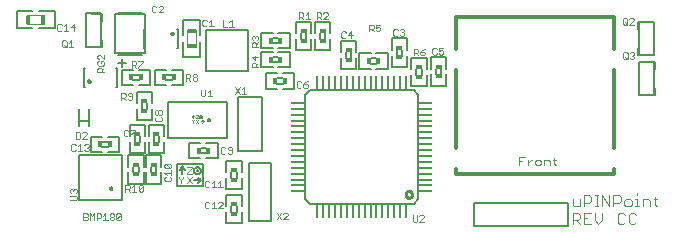
<source format=gto>
G75*
G70*
%OFA0B0*%
%FSLAX24Y24*%
%IPPOS*%
%LPD*%
%AMOC8*
5,1,8,0,0,1.08239X$1,22.5*
%
%ADD10C,0.0050*%
%ADD11C,0.0067*%
%ADD12C,0.0020*%
%ADD13C,0.0080*%
%ADD14C,0.0120*%
%ADD15C,0.0040*%
%ADD16R,0.0315X0.0138*%
%ADD17C,0.0060*%
%ADD18R,0.0118X0.0236*%
%ADD19R,0.0236X0.0118*%
%ADD20C,0.0030*%
%ADD21C,0.0100*%
%ADD22R,0.0472X0.0079*%
%ADD23R,0.0079X0.0472*%
%ADD24R,0.0138X0.0315*%
D10*
X002582Y001400D02*
X003999Y001400D01*
X003999Y002897D01*
X002582Y002897D01*
X002582Y001400D01*
X002857Y001400D02*
X003133Y001400D01*
X003448Y001400D02*
X003723Y001400D01*
X003999Y001715D02*
X003999Y001991D01*
X004215Y001952D02*
X004215Y002326D01*
X003999Y002306D02*
X003999Y002582D01*
X004215Y002523D02*
X004215Y002897D01*
X004727Y002897D01*
X004727Y002523D01*
X004806Y002523D02*
X004806Y002897D01*
X005318Y002897D01*
X005318Y002523D01*
X005318Y002326D02*
X005318Y001952D01*
X004806Y001952D01*
X004806Y002326D01*
X004727Y002326D02*
X004727Y001952D01*
X004215Y001952D01*
X003606Y001794D02*
X003608Y001806D01*
X003613Y001817D01*
X003622Y001826D01*
X003633Y001831D01*
X003645Y001833D01*
X003657Y001831D01*
X003668Y001826D01*
X003677Y001817D01*
X003682Y001806D01*
X003684Y001794D01*
X003682Y001782D01*
X003677Y001771D01*
X003668Y001762D01*
X003657Y001757D01*
X003645Y001755D01*
X003633Y001757D01*
X003622Y001762D01*
X003613Y001771D01*
X003608Y001782D01*
X003606Y001794D01*
X002582Y001715D02*
X002582Y001991D01*
X002582Y002306D02*
X002582Y002582D01*
X002857Y002897D02*
X003723Y002897D01*
X003897Y003011D02*
X003523Y003011D01*
X003326Y003011D02*
X002952Y003011D01*
X002952Y003523D01*
X003326Y003523D01*
X003523Y003523D02*
X003897Y003523D01*
X003897Y003011D01*
X004255Y002975D02*
X004767Y002975D01*
X004767Y003349D01*
X004885Y003349D02*
X004885Y002975D01*
X005397Y002975D01*
X005397Y003349D01*
X005534Y003487D02*
X007503Y003487D01*
X007503Y004668D01*
X005534Y004668D01*
X005534Y003487D01*
X005397Y003546D02*
X005397Y003920D01*
X004885Y003920D01*
X004885Y003546D01*
X004767Y003546D02*
X004767Y003920D01*
X004255Y003920D01*
X004255Y003546D01*
X004255Y003349D02*
X004255Y002975D01*
X005849Y002621D02*
X006715Y002621D01*
X006715Y001873D01*
X005849Y001873D01*
X005849Y002621D01*
X006007Y002542D02*
X006086Y002424D01*
X006007Y002542D02*
X005928Y002424D01*
X006007Y002542D02*
X006007Y002267D01*
X006400Y002070D02*
X006637Y002070D01*
X006519Y001991D01*
X006637Y002070D02*
X006519Y002149D01*
X006401Y002385D02*
X006403Y002406D01*
X006409Y002426D01*
X006418Y002446D01*
X006430Y002463D01*
X006445Y002477D01*
X006463Y002489D01*
X006483Y002497D01*
X006503Y002502D01*
X006524Y002503D01*
X006545Y002500D01*
X006565Y002494D01*
X006584Y002483D01*
X006601Y002470D01*
X006614Y002454D01*
X006625Y002436D01*
X006633Y002416D01*
X006637Y002396D01*
X006637Y002374D01*
X006633Y002354D01*
X006625Y002334D01*
X006614Y002316D01*
X006601Y002300D01*
X006584Y002287D01*
X006565Y002276D01*
X006545Y002270D01*
X006524Y002267D01*
X006503Y002268D01*
X006483Y002273D01*
X006463Y002281D01*
X006445Y002293D01*
X006430Y002307D01*
X006418Y002324D01*
X006409Y002344D01*
X006403Y002364D01*
X006401Y002385D01*
X007483Y002345D02*
X007483Y002719D01*
X007995Y002719D01*
X007995Y002345D01*
X007995Y002149D02*
X007995Y001774D01*
X007483Y001774D01*
X007483Y002149D01*
X007483Y001578D02*
X007995Y001578D01*
X007995Y001204D01*
X007995Y001007D02*
X007995Y000633D01*
X007483Y000633D01*
X007483Y001007D01*
X007483Y001204D02*
X007483Y001578D01*
X007188Y002798D02*
X006814Y002798D01*
X006617Y002798D02*
X006243Y002798D01*
X006243Y003310D01*
X006617Y003310D01*
X006814Y003310D02*
X007188Y003310D01*
X007188Y002798D01*
X005003Y004078D02*
X004491Y004078D01*
X004491Y004452D01*
X004491Y004649D02*
X004491Y005023D01*
X005003Y005023D01*
X005003Y004649D01*
X005003Y004452D02*
X005003Y004078D01*
X004944Y005239D02*
X004570Y005239D01*
X004373Y005239D02*
X003999Y005239D01*
X003999Y005751D01*
X004373Y005751D01*
X004570Y005751D02*
X004944Y005751D01*
X004944Y005239D01*
X005101Y005239D02*
X005475Y005239D01*
X005672Y005239D02*
X006046Y005239D01*
X006046Y005751D01*
X005672Y005751D01*
X005475Y005751D02*
X005101Y005751D01*
X005101Y005239D01*
X006026Y006164D02*
X006617Y006164D01*
X006617Y006676D01*
X006026Y006676D02*
X006026Y006164D01*
X006026Y006912D02*
X006026Y007424D01*
X006617Y007424D01*
X006617Y006912D01*
X008645Y006971D02*
X008645Y006460D01*
X009019Y006460D01*
X009019Y006341D02*
X008645Y006341D01*
X008645Y005830D01*
X009019Y005830D01*
X009215Y005830D02*
X009589Y005830D01*
X009589Y006341D01*
X009215Y006341D01*
X009215Y006460D02*
X009589Y006460D01*
X009589Y006971D01*
X009215Y006971D01*
X009019Y006971D02*
X008645Y006971D01*
X009806Y006971D02*
X009806Y007345D01*
X010318Y007345D01*
X010318Y006971D01*
X010436Y006971D02*
X010436Y007345D01*
X010948Y007345D01*
X010948Y006971D01*
X010948Y006774D02*
X010948Y006400D01*
X010436Y006400D01*
X010436Y006774D01*
X010318Y006774D02*
X010318Y006400D01*
X009806Y006400D01*
X009806Y006774D01*
X011302Y006715D02*
X011302Y006341D01*
X011302Y006145D02*
X011302Y005771D01*
X011814Y005771D01*
X011814Y006145D01*
X011912Y006302D02*
X012286Y006302D01*
X012483Y006302D02*
X012857Y006302D01*
X012857Y005790D01*
X012483Y005790D01*
X012286Y005790D02*
X011912Y005790D01*
X011912Y006302D01*
X011814Y006341D02*
X011814Y006715D01*
X011302Y006715D01*
X012995Y006794D02*
X012995Y006420D01*
X012995Y006223D02*
X012995Y005849D01*
X013507Y005849D01*
X013507Y006223D01*
X013641Y006149D02*
X013641Y005774D01*
X013641Y005578D02*
X013641Y005204D01*
X014152Y005204D01*
X014152Y005578D01*
X014294Y005593D02*
X014294Y005219D01*
X014806Y005219D01*
X014806Y005593D01*
X014806Y005790D02*
X014806Y006164D01*
X014294Y006164D01*
X014294Y005790D01*
X014152Y005774D02*
X014152Y006149D01*
X013641Y006149D01*
X013507Y006420D02*
X013507Y006794D01*
X012995Y006794D01*
X009747Y005633D02*
X009747Y005121D01*
X009373Y005121D01*
X009176Y005121D02*
X008802Y005121D01*
X008802Y005633D01*
X009176Y005633D01*
X009373Y005633D02*
X009747Y005633D01*
X001755Y007129D02*
X001755Y007719D01*
X001243Y007719D01*
X001007Y007719D02*
X000495Y007719D01*
X000495Y007129D01*
X001007Y007129D01*
X001243Y007129D02*
X001755Y007129D01*
D11*
X006495Y002385D02*
X006497Y002394D01*
X006502Y002402D01*
X006510Y002407D01*
X006519Y002409D01*
X006528Y002407D01*
X006536Y002402D01*
X006541Y002394D01*
X006543Y002385D01*
X006541Y002376D01*
X006536Y002368D01*
X006528Y002363D01*
X006519Y002361D01*
X006510Y002363D01*
X006502Y002368D01*
X006497Y002376D01*
X006495Y002385D01*
D12*
X002710Y000961D02*
X002710Y000741D01*
X002820Y000741D01*
X002856Y000778D01*
X002856Y000815D01*
X002820Y000851D01*
X002710Y000851D01*
X002820Y000851D02*
X002856Y000888D01*
X002856Y000925D01*
X002820Y000961D01*
X002710Y000961D01*
X002931Y000961D02*
X003004Y000888D01*
X003077Y000961D01*
X003077Y000741D01*
X003152Y000741D02*
X003152Y000961D01*
X003262Y000961D01*
X003298Y000925D01*
X003298Y000851D01*
X003262Y000815D01*
X003152Y000815D01*
X003373Y000888D02*
X003446Y000961D01*
X003446Y000741D01*
X003373Y000741D02*
X003519Y000741D01*
X003594Y000778D02*
X003630Y000741D01*
X003704Y000741D01*
X003740Y000778D01*
X003740Y000815D01*
X003704Y000851D01*
X003630Y000851D01*
X003594Y000888D01*
X003594Y000925D01*
X003630Y000961D01*
X003704Y000961D01*
X003740Y000925D01*
X003740Y000888D01*
X003704Y000851D01*
X003630Y000851D02*
X003594Y000815D01*
X003594Y000778D01*
X003815Y000778D02*
X003851Y000741D01*
X003925Y000741D01*
X003961Y000778D01*
X003961Y000925D01*
X003815Y000778D01*
X003815Y000925D01*
X003851Y000961D01*
X003925Y000961D01*
X003961Y000925D01*
X002931Y000961D02*
X002931Y000741D01*
X002456Y001410D02*
X002273Y001410D01*
X002456Y001410D02*
X002493Y001447D01*
X002493Y001521D01*
X002456Y001557D01*
X002273Y001557D01*
X002309Y001631D02*
X002273Y001668D01*
X002273Y001742D01*
X002309Y001778D01*
X002346Y001778D01*
X002383Y001742D01*
X002419Y001778D01*
X002456Y001778D01*
X002493Y001742D01*
X002493Y001668D01*
X002456Y001631D01*
X002383Y001705D02*
X002383Y001742D01*
X004113Y001764D02*
X004223Y001764D01*
X004260Y001801D01*
X004260Y001874D01*
X004223Y001911D01*
X004113Y001911D01*
X004113Y001691D01*
X004187Y001764D02*
X004260Y001691D01*
X004334Y001691D02*
X004481Y001691D01*
X004408Y001691D02*
X004408Y001911D01*
X004334Y001838D01*
X004555Y001874D02*
X004555Y001727D01*
X004702Y001874D01*
X004702Y001727D01*
X004665Y001691D01*
X004592Y001691D01*
X004555Y001727D01*
X004555Y001874D02*
X004592Y001911D01*
X004665Y001911D01*
X004702Y001874D01*
X005418Y002063D02*
X005454Y002027D01*
X005601Y002027D01*
X005638Y002063D01*
X005638Y002137D01*
X005601Y002173D01*
X005638Y002248D02*
X005638Y002394D01*
X005638Y002321D02*
X005418Y002321D01*
X005491Y002248D01*
X005454Y002173D02*
X005418Y002137D01*
X005418Y002063D01*
X005899Y002145D02*
X005972Y002072D01*
X005972Y001962D01*
X005972Y002072D02*
X006045Y002145D01*
X006045Y002182D01*
X006174Y002182D02*
X006321Y001962D01*
X006174Y001962D02*
X006321Y002182D01*
X006321Y002277D02*
X006174Y002277D01*
X006174Y002313D01*
X006321Y002460D01*
X006321Y002497D01*
X006174Y002497D01*
X005638Y002505D02*
X005601Y002469D01*
X005454Y002615D01*
X005601Y002615D01*
X005638Y002579D01*
X005638Y002505D01*
X005601Y002469D02*
X005454Y002469D01*
X005418Y002505D01*
X005418Y002579D01*
X005454Y002615D01*
X005899Y002182D02*
X005899Y002145D01*
X006765Y002019D02*
X006765Y001872D01*
X006802Y001835D01*
X006875Y001835D01*
X006912Y001872D01*
X006986Y001835D02*
X007133Y001835D01*
X007060Y001835D02*
X007060Y002055D01*
X006986Y001982D01*
X006912Y002019D02*
X006875Y002055D01*
X006802Y002055D01*
X006765Y002019D01*
X007207Y001982D02*
X007281Y002055D01*
X007281Y001835D01*
X007354Y001835D02*
X007207Y001835D01*
X007244Y001347D02*
X007207Y001310D01*
X007244Y001347D02*
X007317Y001347D01*
X007354Y001310D01*
X007354Y001273D01*
X007207Y001126D01*
X007354Y001126D01*
X007133Y001126D02*
X006986Y001126D01*
X007060Y001126D02*
X007060Y001347D01*
X006986Y001273D01*
X006912Y001310D02*
X006875Y001347D01*
X006802Y001347D01*
X006765Y001310D01*
X006765Y001163D01*
X006802Y001126D01*
X006875Y001126D01*
X006912Y001163D01*
X009159Y000981D02*
X009306Y000761D01*
X009380Y000761D02*
X009527Y000908D01*
X009527Y000945D01*
X009490Y000981D01*
X009417Y000981D01*
X009380Y000945D01*
X009306Y000981D02*
X009159Y000761D01*
X009380Y000761D02*
X009527Y000761D01*
X013690Y000721D02*
X013727Y000684D01*
X013800Y000684D01*
X013837Y000721D01*
X013837Y000904D01*
X013911Y000868D02*
X013948Y000904D01*
X014021Y000904D01*
X014058Y000868D01*
X014058Y000831D01*
X013911Y000684D01*
X014058Y000684D01*
X013690Y000721D02*
X013690Y000904D01*
X007670Y002987D02*
X007670Y003134D01*
X007633Y003171D01*
X007560Y003171D01*
X007523Y003134D01*
X007523Y003097D01*
X007560Y003061D01*
X007670Y003061D01*
X007670Y002987D02*
X007633Y002951D01*
X007560Y002951D01*
X007523Y002987D01*
X007449Y002987D02*
X007412Y002951D01*
X007339Y002951D01*
X007302Y002987D01*
X007302Y003134D01*
X007339Y003171D01*
X007412Y003171D01*
X007449Y003134D01*
X006669Y003978D02*
X006719Y004028D01*
X006669Y004078D01*
X006619Y004028D02*
X006719Y004028D01*
X006545Y003988D02*
X006479Y004088D01*
X006479Y004138D02*
X006545Y004138D01*
X006545Y004088D02*
X006479Y003988D01*
X006362Y003988D02*
X006362Y004038D01*
X006395Y004071D01*
X006395Y004088D01*
X006369Y004128D02*
X006369Y004228D01*
X006419Y004178D01*
X006479Y004154D02*
X006479Y004138D01*
X006479Y004154D02*
X006545Y004221D01*
X006545Y004238D01*
X006479Y004238D01*
X006369Y004228D02*
X006319Y004178D01*
X006329Y004088D02*
X006329Y004071D01*
X006362Y004038D01*
X006609Y004178D02*
X006611Y004183D01*
X006615Y004187D01*
X006620Y004188D01*
X006626Y004186D01*
X006629Y004181D01*
X006629Y004175D01*
X006626Y004170D01*
X006620Y004168D01*
X006615Y004169D01*
X006611Y004173D01*
X006609Y004178D01*
X006569Y004178D02*
X006571Y004191D01*
X006576Y004204D01*
X006585Y004215D01*
X006596Y004222D01*
X006609Y004227D01*
X006622Y004228D01*
X006636Y004225D01*
X006648Y004219D01*
X006658Y004210D01*
X006665Y004198D01*
X006669Y004185D01*
X006669Y004171D01*
X006665Y004158D01*
X006658Y004146D01*
X006648Y004137D01*
X006636Y004131D01*
X006622Y004128D01*
X006609Y004129D01*
X006596Y004134D01*
X006585Y004141D01*
X006576Y004152D01*
X006571Y004165D01*
X006569Y004178D01*
X005323Y004145D02*
X005323Y004071D01*
X005286Y004034D01*
X005139Y004034D01*
X005103Y004071D01*
X005103Y004145D01*
X005139Y004181D01*
X005139Y004255D02*
X005176Y004255D01*
X005213Y004292D01*
X005213Y004366D01*
X005249Y004402D01*
X005286Y004402D01*
X005323Y004366D01*
X005323Y004292D01*
X005286Y004255D01*
X005249Y004255D01*
X005213Y004292D01*
X005213Y004366D02*
X005176Y004402D01*
X005139Y004402D01*
X005103Y004366D01*
X005103Y004292D01*
X005139Y004255D01*
X005286Y004181D02*
X005323Y004145D01*
X004421Y003748D02*
X004274Y003748D01*
X004200Y003711D02*
X004163Y003748D01*
X004090Y003748D01*
X004053Y003711D01*
X004053Y003565D01*
X004090Y003528D01*
X004163Y003528D01*
X004200Y003565D01*
X004274Y003565D02*
X004274Y003528D01*
X004274Y003565D02*
X004421Y003711D01*
X004421Y003748D01*
X002828Y003631D02*
X002791Y003668D01*
X002718Y003668D01*
X002681Y003631D01*
X002607Y003631D02*
X002570Y003668D01*
X002460Y003668D01*
X002460Y003448D01*
X002570Y003448D01*
X002607Y003484D01*
X002607Y003631D01*
X002681Y003448D02*
X002828Y003594D01*
X002828Y003631D01*
X002828Y003448D02*
X002681Y003448D01*
X002601Y003268D02*
X002601Y003048D01*
X002674Y003048D02*
X002527Y003048D01*
X002453Y003085D02*
X002416Y003048D01*
X002343Y003048D01*
X002306Y003085D01*
X002306Y003232D01*
X002343Y003268D01*
X002416Y003268D01*
X002453Y003232D01*
X002527Y003195D02*
X002601Y003268D01*
X002748Y003232D02*
X002785Y003268D01*
X002858Y003268D01*
X002895Y003232D01*
X002895Y003195D01*
X002858Y003158D01*
X002895Y003122D01*
X002895Y003085D01*
X002858Y003048D01*
X002785Y003048D01*
X002748Y003085D01*
X002822Y003158D02*
X002858Y003158D01*
X003974Y004748D02*
X003974Y004969D01*
X004084Y004969D01*
X004121Y004932D01*
X004121Y004859D01*
X004084Y004822D01*
X003974Y004822D01*
X004048Y004822D02*
X004121Y004748D01*
X004195Y004785D02*
X004232Y004748D01*
X004305Y004748D01*
X004342Y004785D01*
X004342Y004932D01*
X004305Y004969D01*
X004232Y004969D01*
X004195Y004932D01*
X004195Y004895D01*
X004232Y004859D01*
X004342Y004859D01*
X006133Y005387D02*
X006133Y005607D01*
X006243Y005607D01*
X006280Y005570D01*
X006280Y005497D01*
X006243Y005460D01*
X006133Y005460D01*
X006206Y005460D02*
X006280Y005387D01*
X006354Y005424D02*
X006354Y005460D01*
X006391Y005497D01*
X006464Y005497D01*
X006501Y005460D01*
X006501Y005424D01*
X006464Y005387D01*
X006391Y005387D01*
X006354Y005424D01*
X006391Y005497D02*
X006354Y005534D01*
X006354Y005570D01*
X006391Y005607D01*
X006464Y005607D01*
X006501Y005570D01*
X006501Y005534D01*
X006464Y005497D01*
X006634Y005079D02*
X006634Y004896D01*
X006671Y004859D01*
X006744Y004859D01*
X006781Y004896D01*
X006781Y005079D01*
X006855Y005006D02*
X006928Y005079D01*
X006928Y004859D01*
X006855Y004859D02*
X007002Y004859D01*
X007781Y004954D02*
X007928Y005174D01*
X008002Y005101D02*
X008075Y005174D01*
X008075Y004954D01*
X008002Y004954D02*
X008149Y004954D01*
X007928Y004954D02*
X007781Y005174D01*
X008331Y005846D02*
X008331Y005956D01*
X008368Y005992D01*
X008441Y005992D01*
X008478Y005956D01*
X008478Y005846D01*
X008478Y005919D02*
X008551Y005992D01*
X008441Y006066D02*
X008441Y006213D01*
X008331Y006177D02*
X008441Y006066D01*
X008551Y006177D02*
X008331Y006177D01*
X008331Y005846D02*
X008551Y005846D01*
X009822Y005339D02*
X009822Y005192D01*
X009859Y005155D01*
X009932Y005155D01*
X009969Y005192D01*
X010043Y005192D02*
X010080Y005155D01*
X010153Y005155D01*
X010190Y005192D01*
X010190Y005229D01*
X010153Y005265D01*
X010043Y005265D01*
X010043Y005192D01*
X010043Y005265D02*
X010116Y005339D01*
X010190Y005376D01*
X009969Y005339D02*
X009932Y005376D01*
X009859Y005376D01*
X009822Y005339D01*
X008551Y006515D02*
X008331Y006515D01*
X008331Y006625D01*
X008368Y006662D01*
X008441Y006662D01*
X008478Y006625D01*
X008478Y006515D01*
X008478Y006588D02*
X008551Y006662D01*
X008514Y006736D02*
X008551Y006772D01*
X008551Y006846D01*
X008514Y006883D01*
X008478Y006883D01*
X008441Y006846D01*
X008441Y006809D01*
X008441Y006846D02*
X008404Y006883D01*
X008368Y006883D01*
X008331Y006846D01*
X008331Y006772D01*
X008368Y006736D01*
X007731Y007186D02*
X007584Y007186D01*
X007658Y007186D02*
X007658Y007406D01*
X007584Y007333D01*
X007510Y007186D02*
X007363Y007186D01*
X007363Y007406D01*
X007052Y007198D02*
X006905Y007198D01*
X006978Y007198D02*
X006978Y007418D01*
X006905Y007345D01*
X006831Y007381D02*
X006794Y007418D01*
X006721Y007418D01*
X006684Y007381D01*
X006684Y007235D01*
X006721Y007198D01*
X006794Y007198D01*
X006831Y007235D01*
X005368Y007665D02*
X005221Y007665D01*
X005368Y007811D01*
X005368Y007848D01*
X005331Y007885D01*
X005258Y007885D01*
X005221Y007848D01*
X005147Y007848D02*
X005110Y007885D01*
X005037Y007885D01*
X005000Y007848D01*
X005000Y007701D01*
X005037Y007665D01*
X005110Y007665D01*
X005147Y007701D01*
X002432Y007164D02*
X002286Y007164D01*
X002396Y007274D01*
X002396Y007054D01*
X002211Y007054D02*
X002065Y007054D01*
X002138Y007054D02*
X002138Y007274D01*
X002065Y007201D01*
X001990Y007238D02*
X001954Y007274D01*
X001880Y007274D01*
X001844Y007238D01*
X001844Y007091D01*
X001880Y007054D01*
X001954Y007054D01*
X001990Y007091D01*
X002043Y006726D02*
X002117Y006726D01*
X002154Y006690D01*
X002154Y006543D01*
X002117Y006506D01*
X002043Y006506D01*
X002007Y006543D01*
X002007Y006690D01*
X002043Y006726D01*
X002080Y006580D02*
X002154Y006506D01*
X002228Y006506D02*
X002375Y006506D01*
X002301Y006506D02*
X002301Y006726D01*
X002228Y006653D01*
X003182Y006220D02*
X003219Y006257D01*
X003256Y006257D01*
X003403Y006110D01*
X003403Y006257D01*
X003182Y006220D02*
X003182Y006147D01*
X003219Y006110D01*
X003219Y006036D02*
X003182Y005999D01*
X003182Y005926D01*
X003219Y005889D01*
X003366Y005889D01*
X003403Y005926D01*
X003403Y005999D01*
X003366Y006036D01*
X003293Y006036D01*
X003293Y005963D01*
X003293Y005815D02*
X003329Y005778D01*
X003329Y005668D01*
X003329Y005742D02*
X003403Y005815D01*
X003293Y005815D02*
X003219Y005815D01*
X003182Y005778D01*
X003182Y005668D01*
X003403Y005668D01*
X004322Y005820D02*
X004322Y006040D01*
X004432Y006040D01*
X004469Y006003D01*
X004469Y005930D01*
X004432Y005893D01*
X004322Y005893D01*
X004395Y005893D02*
X004469Y005820D01*
X004543Y005820D02*
X004543Y005857D01*
X004690Y006003D01*
X004690Y006040D01*
X004543Y006040D01*
X009901Y007439D02*
X009901Y007659D01*
X010011Y007659D01*
X010047Y007622D01*
X010047Y007549D01*
X010011Y007512D01*
X009901Y007512D01*
X009974Y007512D02*
X010047Y007439D01*
X010122Y007439D02*
X010268Y007439D01*
X010195Y007439D02*
X010195Y007659D01*
X010122Y007586D01*
X010491Y007659D02*
X010491Y007439D01*
X010491Y007512D02*
X010601Y007512D01*
X010638Y007549D01*
X010638Y007622D01*
X010601Y007659D01*
X010491Y007659D01*
X010565Y007512D02*
X010638Y007439D01*
X010712Y007439D02*
X010859Y007586D01*
X010859Y007622D01*
X010822Y007659D01*
X010749Y007659D01*
X010712Y007622D01*
X010712Y007439D02*
X010859Y007439D01*
X011318Y006992D02*
X011355Y007029D01*
X011428Y007029D01*
X011465Y006992D01*
X011539Y006919D02*
X011686Y006919D01*
X011649Y007029D02*
X011539Y006919D01*
X011465Y006846D02*
X011428Y006809D01*
X011355Y006809D01*
X011318Y006846D01*
X011318Y006992D01*
X011649Y007029D02*
X011649Y006809D01*
X012242Y007032D02*
X012242Y007252D01*
X012352Y007252D01*
X012389Y007215D01*
X012389Y007142D01*
X012352Y007105D01*
X012242Y007105D01*
X012316Y007105D02*
X012389Y007032D01*
X012463Y007069D02*
X012500Y007032D01*
X012573Y007032D01*
X012610Y007069D01*
X012610Y007142D01*
X012573Y007179D01*
X012537Y007179D01*
X012463Y007142D01*
X012463Y007252D01*
X012610Y007252D01*
X013050Y007071D02*
X013087Y007108D01*
X013160Y007108D01*
X013197Y007071D01*
X013271Y007071D02*
X013308Y007108D01*
X013381Y007108D01*
X013418Y007071D01*
X013418Y007034D01*
X013381Y006998D01*
X013418Y006961D01*
X013418Y006924D01*
X013381Y006888D01*
X013308Y006888D01*
X013271Y006924D01*
X013197Y006924D02*
X013160Y006888D01*
X013087Y006888D01*
X013050Y006924D01*
X013050Y007071D01*
X013345Y006998D02*
X013381Y006998D01*
X013723Y006457D02*
X013834Y006457D01*
X013870Y006421D01*
X013870Y006347D01*
X013834Y006311D01*
X013723Y006311D01*
X013723Y006237D02*
X013723Y006457D01*
X013944Y006347D02*
X014055Y006347D01*
X014091Y006311D01*
X014091Y006274D01*
X014055Y006237D01*
X013981Y006237D01*
X013944Y006274D01*
X013944Y006347D01*
X014018Y006421D01*
X014091Y006457D01*
X014349Y006441D02*
X014349Y006294D01*
X014386Y006258D01*
X014460Y006258D01*
X014496Y006294D01*
X014570Y006294D02*
X014607Y006258D01*
X014681Y006258D01*
X014717Y006294D01*
X014717Y006368D01*
X014681Y006405D01*
X014644Y006405D01*
X014570Y006368D01*
X014570Y006478D01*
X014717Y006478D01*
X014496Y006441D02*
X014460Y006478D01*
X014386Y006478D01*
X014349Y006441D01*
X013870Y006237D02*
X013797Y006311D01*
X020708Y006296D02*
X020708Y006149D01*
X020744Y006112D01*
X020818Y006112D01*
X020854Y006149D01*
X020854Y006296D01*
X020818Y006333D01*
X020744Y006333D01*
X020708Y006296D01*
X020781Y006186D02*
X020854Y006112D01*
X020929Y006149D02*
X020965Y006112D01*
X021039Y006112D01*
X021075Y006149D01*
X021075Y006186D01*
X021039Y006223D01*
X021002Y006223D01*
X021039Y006223D02*
X021075Y006259D01*
X021075Y006296D01*
X021039Y006333D01*
X020965Y006333D01*
X020929Y006296D01*
X020908Y007256D02*
X021055Y007403D01*
X021055Y007439D01*
X021018Y007476D01*
X020945Y007476D01*
X020908Y007439D01*
X020834Y007439D02*
X020834Y007293D01*
X020797Y007256D01*
X020724Y007256D01*
X020687Y007293D01*
X020687Y007439D01*
X020724Y007476D01*
X020797Y007476D01*
X020834Y007439D01*
X020761Y007329D02*
X020834Y007256D01*
X020908Y007256D02*
X021055Y007256D01*
D13*
X021204Y007345D02*
X021519Y007345D01*
X021204Y007345D02*
X021204Y007109D01*
X021204Y006479D02*
X021204Y006243D01*
X021519Y006243D01*
X021440Y006007D02*
X021755Y006007D01*
X021755Y005771D01*
X021755Y005141D02*
X021755Y004904D01*
X021440Y004904D01*
X013881Y004904D02*
X013881Y001440D01*
X013723Y001282D01*
X010259Y001282D01*
X010101Y001440D01*
X010101Y004904D01*
X010259Y005062D01*
X013723Y005062D01*
X013881Y004904D01*
X008664Y004826D02*
X008664Y003054D01*
X007877Y003054D01*
X007877Y004826D01*
X008664Y004826D01*
X007503Y004668D02*
X007503Y004353D01*
X006873Y004078D02*
X006875Y004090D01*
X006880Y004101D01*
X006889Y004110D01*
X006900Y004115D01*
X006912Y004117D01*
X006924Y004115D01*
X006935Y004110D01*
X006944Y004101D01*
X006949Y004090D01*
X006951Y004078D01*
X006949Y004066D01*
X006944Y004055D01*
X006935Y004046D01*
X006924Y004041D01*
X006912Y004039D01*
X006900Y004041D01*
X006889Y004046D01*
X006880Y004055D01*
X006875Y004066D01*
X006873Y004078D01*
X007503Y003802D02*
X007503Y003487D01*
X005534Y003487D02*
X005534Y003802D01*
X005534Y004353D02*
X005534Y004668D01*
X003850Y005176D02*
X003813Y005176D01*
X003850Y005176D02*
X003850Y005814D01*
X003813Y005814D01*
X003871Y005967D02*
X004119Y005967D01*
X003989Y005845D02*
X003989Y006093D01*
X003769Y006307D02*
X003769Y007596D01*
X004780Y007596D01*
X004780Y006307D01*
X003769Y006307D01*
X003330Y006519D02*
X003015Y006519D01*
X003330Y006519D02*
X003330Y006755D01*
X004738Y006475D02*
X004775Y006475D01*
X004738Y006475D02*
X004738Y007113D01*
X004775Y007113D01*
X005821Y007113D02*
X005858Y007113D01*
X005858Y006475D01*
X005821Y006475D01*
X006814Y007089D02*
X008192Y007089D01*
X008192Y005711D01*
X006814Y005711D01*
X006814Y007089D01*
X003330Y007385D02*
X003330Y007621D01*
X003015Y007621D01*
X002768Y005814D02*
X002730Y005814D01*
X002730Y005176D01*
X002768Y005176D01*
X002916Y004432D02*
X002916Y004038D01*
X002562Y004038D01*
X002562Y004432D01*
X002562Y004038D02*
X002562Y003881D01*
X002916Y003881D02*
X002916Y004038D01*
X008251Y002641D02*
X008960Y002641D01*
X008960Y000711D01*
X008251Y000711D01*
X008251Y002641D01*
X015731Y001322D02*
X015731Y000534D01*
X018881Y000534D01*
X018881Y001322D01*
X015731Y001322D01*
X018251Y000534D02*
X018723Y000534D01*
D14*
X020416Y002282D02*
X015121Y002282D01*
X015121Y002440D01*
X015121Y003149D02*
X015121Y005747D01*
X015121Y006456D02*
X015121Y007519D01*
X020416Y007519D01*
X020416Y006456D01*
X020416Y005747D02*
X020416Y003149D01*
X020416Y002440D02*
X020416Y002282D01*
X005664Y006944D02*
X005666Y006951D01*
X005671Y006956D01*
X005678Y006958D01*
X005685Y006956D01*
X005690Y006951D01*
X005692Y006944D01*
X005690Y006937D01*
X005685Y006932D01*
X005678Y006930D01*
X005671Y006932D01*
X005666Y006937D01*
X005664Y006944D01*
X002896Y005345D02*
X002898Y005352D01*
X002903Y005357D01*
X002910Y005359D01*
X002917Y005357D01*
X002922Y005352D01*
X002924Y005345D01*
X002922Y005338D01*
X002917Y005333D01*
X002910Y005331D01*
X002903Y005333D01*
X002898Y005338D01*
X002896Y005345D01*
D15*
X006184Y006509D02*
X006184Y007080D01*
X006460Y007080D02*
X006460Y006509D01*
X001410Y007286D02*
X000839Y007286D01*
X000839Y007562D02*
X001410Y007562D01*
D16*
X006322Y007040D03*
X006322Y006548D03*
D17*
X004674Y006252D02*
X003874Y006252D01*
X003314Y006510D02*
X003314Y007630D01*
X002794Y007630D01*
X002794Y006510D01*
X003314Y006510D01*
X004375Y005583D02*
X004568Y005583D01*
X004568Y005407D02*
X004375Y005407D01*
X005477Y005407D02*
X005670Y005407D01*
X005670Y005583D02*
X005477Y005583D01*
X004835Y004647D02*
X004835Y004454D01*
X004659Y004454D02*
X004659Y004647D01*
X004599Y003544D02*
X004599Y003351D01*
X004423Y003351D02*
X004423Y003544D01*
X005052Y003544D02*
X005052Y003351D01*
X005229Y003351D02*
X005229Y003544D01*
X006619Y003142D02*
X006812Y003142D01*
X006812Y002966D02*
X006619Y002966D01*
X005150Y002521D02*
X005150Y002328D01*
X004974Y002328D02*
X004974Y002521D01*
X004560Y002521D02*
X004560Y002328D01*
X004383Y002328D02*
X004383Y002521D01*
X003521Y003178D02*
X003328Y003178D01*
X003328Y003355D02*
X003521Y003355D01*
X007651Y002343D02*
X007651Y002150D01*
X007827Y002150D02*
X007827Y002343D01*
X007827Y001202D02*
X007827Y001009D01*
X007651Y001009D02*
X007651Y001202D01*
X009178Y005289D02*
X009371Y005289D01*
X009371Y005465D02*
X009178Y005465D01*
X009213Y005997D02*
X009021Y005997D01*
X009021Y006174D02*
X009213Y006174D01*
X009213Y006627D02*
X009021Y006627D01*
X009021Y006804D02*
X009213Y006804D01*
X009974Y006776D02*
X009974Y006969D01*
X010150Y006969D02*
X010150Y006776D01*
X010604Y006776D02*
X010604Y006969D01*
X010780Y006969D02*
X010780Y006776D01*
X011470Y006339D02*
X011470Y006147D01*
X011646Y006147D02*
X011646Y006339D01*
X012288Y006134D02*
X012481Y006134D01*
X012481Y005958D02*
X012288Y005958D01*
X013163Y006225D02*
X013163Y006418D01*
X013339Y006418D02*
X013339Y006225D01*
X013808Y005773D02*
X013808Y005580D01*
X013985Y005580D02*
X013985Y005773D01*
X014462Y005788D02*
X014462Y005595D01*
X014638Y005595D02*
X014638Y005788D01*
X021219Y006016D02*
X021219Y004896D01*
X021739Y004896D01*
X021739Y006016D01*
X021219Y006016D01*
X021219Y006234D02*
X021219Y007354D01*
X021739Y007354D01*
X021739Y006234D01*
X021219Y006234D01*
X004674Y007652D02*
X003874Y007652D01*
D18*
X008956Y006717D03*
X009276Y006717D03*
X009276Y006087D03*
X008956Y006087D03*
X009115Y005375D03*
X009435Y005375D03*
X012224Y006048D03*
X012544Y006048D03*
X005735Y005493D03*
X005415Y005493D03*
X004632Y005493D03*
X004312Y005493D03*
X003585Y003265D03*
X003265Y003265D03*
X006554Y003056D03*
X006874Y003056D03*
D19*
X007737Y002406D03*
X007737Y002086D03*
X007741Y001266D03*
X007741Y000946D03*
X005064Y002265D03*
X004469Y002263D03*
X004469Y002583D03*
X005064Y002585D03*
X005143Y003289D03*
X004513Y003289D03*
X004513Y003609D03*
X005143Y003609D03*
X004749Y004391D03*
X004749Y004711D03*
X010064Y006714D03*
X010694Y006714D03*
X010694Y007034D03*
X010064Y007034D03*
X011556Y006402D03*
X011556Y006082D03*
X013249Y006161D03*
X013249Y006481D03*
X013895Y005835D03*
X014552Y005853D03*
X014552Y005533D03*
X013895Y005515D03*
D20*
X017232Y002851D02*
X017426Y002851D01*
X017527Y002755D02*
X017527Y002561D01*
X017527Y002658D02*
X017624Y002755D01*
X017672Y002755D01*
X017773Y002706D02*
X017773Y002610D01*
X017821Y002561D01*
X017918Y002561D01*
X017966Y002610D01*
X017966Y002706D01*
X017918Y002755D01*
X017821Y002755D01*
X017773Y002706D01*
X018067Y002755D02*
X018067Y002561D01*
X018261Y002561D02*
X018261Y002706D01*
X018212Y002755D01*
X018067Y002755D01*
X018362Y002755D02*
X018459Y002755D01*
X018410Y002803D02*
X018410Y002610D01*
X018459Y002561D01*
X017329Y002706D02*
X017232Y002706D01*
X017232Y002561D02*
X017232Y002851D01*
X019390Y001565D02*
X019575Y001565D01*
X019637Y001504D01*
X019637Y001380D01*
X019575Y001318D01*
X019390Y001318D01*
X019390Y001195D02*
X019390Y001565D01*
X019269Y001442D02*
X019269Y001195D01*
X019083Y001195D01*
X019022Y001257D01*
X019022Y001442D01*
X019758Y001565D02*
X019882Y001565D01*
X019820Y001565D02*
X019820Y001195D01*
X019758Y001195D02*
X019882Y001195D01*
X020004Y001195D02*
X020004Y001565D01*
X020251Y001195D01*
X020251Y001565D01*
X020372Y001565D02*
X020557Y001565D01*
X020619Y001504D01*
X020619Y001380D01*
X020557Y001318D01*
X020372Y001318D01*
X020372Y001195D02*
X020372Y001565D01*
X020741Y001380D02*
X020741Y001257D01*
X020802Y001195D01*
X020926Y001195D01*
X020987Y001257D01*
X020987Y001380D01*
X020926Y001442D01*
X020802Y001442D01*
X020741Y001380D01*
X021109Y001442D02*
X021171Y001442D01*
X021171Y001195D01*
X021232Y001195D02*
X021109Y001195D01*
X021354Y001195D02*
X021354Y001442D01*
X021540Y001442D01*
X021601Y001380D01*
X021601Y001195D01*
X021784Y001257D02*
X021846Y001195D01*
X021784Y001257D02*
X021784Y001504D01*
X021723Y001442D02*
X021846Y001442D01*
X021171Y001565D02*
X021171Y001627D01*
X021075Y000983D02*
X020952Y000983D01*
X020890Y000921D01*
X020890Y000674D01*
X020952Y000612D01*
X021075Y000612D01*
X021137Y000674D01*
X020769Y000674D02*
X020707Y000612D01*
X020583Y000612D01*
X020522Y000674D01*
X020522Y000921D01*
X020583Y000983D01*
X020707Y000983D01*
X020769Y000921D01*
X021075Y000983D02*
X021137Y000921D01*
X020005Y000983D02*
X020005Y000736D01*
X019882Y000612D01*
X019758Y000736D01*
X019758Y000983D01*
X019637Y000983D02*
X019390Y000983D01*
X019390Y000612D01*
X019637Y000612D01*
X019514Y000797D02*
X019390Y000797D01*
X019269Y000797D02*
X019207Y000736D01*
X019022Y000736D01*
X019145Y000736D02*
X019269Y000612D01*
X019022Y000612D02*
X019022Y000983D01*
X019207Y000983D01*
X019269Y000921D01*
X019269Y000797D01*
D21*
X013455Y001597D02*
X013457Y001617D01*
X013462Y001637D01*
X013472Y001655D01*
X013484Y001672D01*
X013499Y001686D01*
X013517Y001696D01*
X013536Y001704D01*
X013556Y001708D01*
X013576Y001708D01*
X013596Y001704D01*
X013615Y001696D01*
X013633Y001686D01*
X013648Y001672D01*
X013660Y001655D01*
X013670Y001637D01*
X013675Y001617D01*
X013677Y001597D01*
X013675Y001577D01*
X013670Y001557D01*
X013660Y001539D01*
X013648Y001522D01*
X013633Y001508D01*
X013615Y001498D01*
X013596Y001490D01*
X013576Y001486D01*
X013556Y001486D01*
X013536Y001490D01*
X013517Y001498D01*
X013499Y001508D01*
X013484Y001522D01*
X013472Y001539D01*
X013462Y001557D01*
X013457Y001577D01*
X013455Y001597D01*
D22*
X014117Y001696D03*
X014117Y001893D03*
X014117Y002089D03*
X014117Y002286D03*
X014117Y002483D03*
X014117Y002680D03*
X014117Y002877D03*
X014117Y003074D03*
X014117Y003271D03*
X014117Y003467D03*
X014117Y003664D03*
X014117Y003861D03*
X014117Y004058D03*
X014117Y004255D03*
X014117Y004452D03*
X014117Y004649D03*
X009865Y004649D03*
X009865Y004452D03*
X009865Y004255D03*
X009865Y004058D03*
X009865Y003861D03*
X009865Y003664D03*
X009865Y003467D03*
X009865Y003271D03*
X009865Y003074D03*
X009865Y002877D03*
X009865Y002680D03*
X009865Y002483D03*
X009865Y002286D03*
X009865Y002089D03*
X009865Y001893D03*
X009865Y001696D03*
D23*
X010515Y001046D03*
X010711Y001046D03*
X010908Y001046D03*
X011105Y001046D03*
X011302Y001046D03*
X011499Y001046D03*
X011696Y001046D03*
X011893Y001046D03*
X012089Y001046D03*
X012286Y001046D03*
X012483Y001046D03*
X012680Y001046D03*
X012877Y001046D03*
X013074Y001046D03*
X013271Y001046D03*
X013467Y001046D03*
X013467Y005298D03*
X013271Y005298D03*
X013074Y005298D03*
X012877Y005298D03*
X012680Y005298D03*
X012483Y005298D03*
X012286Y005298D03*
X012089Y005298D03*
X011893Y005298D03*
X011696Y005298D03*
X011499Y005298D03*
X011302Y005298D03*
X011105Y005298D03*
X010908Y005298D03*
X010711Y005298D03*
X010515Y005298D03*
D24*
X001371Y007424D03*
X000879Y007424D03*
M02*

</source>
